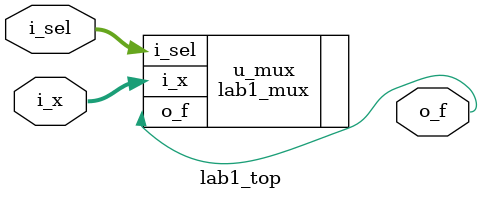
<source format=sv>
`timescale 1ns / 1ps


module lab1_top
#(
    parameter INPUT_WIDTH=4
)
(
    input logic [4:0] i_x,
    input logic [2:0] i_sel,
    output logic o_f
);

lab1_mux #(.INPUT_WIDTH(INPUT_WIDTH)) u_mux (.i_x(i_x),.i_sel(i_sel),.o_f(o_f));

endmodule

</source>
